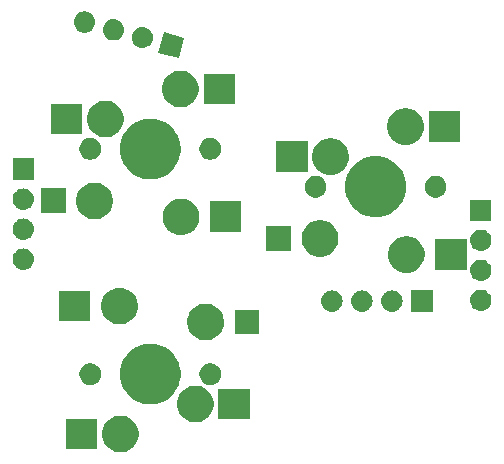
<source format=gbr>
G04 #@! TF.GenerationSoftware,KiCad,Pcbnew,(5.1.4)-1*
G04 #@! TF.CreationDate,2023-09-09T05:27:56-04:00*
G04 #@! TF.ProjectId,ThumbsUp,5468756d-6273-4557-902e-6b696361645f,rev?*
G04 #@! TF.SameCoordinates,Original*
G04 #@! TF.FileFunction,Soldermask,Bot*
G04 #@! TF.FilePolarity,Negative*
%FSLAX46Y46*%
G04 Gerber Fmt 4.6, Leading zero omitted, Abs format (unit mm)*
G04 Created by KiCad (PCBNEW (5.1.4)-1) date 2023-09-09 05:27:56*
%MOMM*%
%LPD*%
G04 APERTURE LIST*
%ADD10C,0.100000*%
G04 APERTURE END LIST*
D10*
G36*
X-82337415Y-375038802D02*
G01*
X-82187590Y-375068604D01*
X-81905326Y-375185521D01*
X-81651295Y-375355259D01*
X-81435259Y-375571295D01*
X-81265521Y-375825326D01*
X-81148604Y-376107590D01*
X-81089000Y-376407240D01*
X-81089000Y-376712760D01*
X-81148604Y-377012410D01*
X-81265521Y-377294674D01*
X-81435259Y-377548705D01*
X-81651295Y-377764741D01*
X-81905326Y-377934479D01*
X-82187590Y-378051396D01*
X-82337415Y-378081198D01*
X-82487239Y-378111000D01*
X-82792761Y-378111000D01*
X-82942585Y-378081198D01*
X-83092410Y-378051396D01*
X-83374674Y-377934479D01*
X-83628705Y-377764741D01*
X-83844741Y-377548705D01*
X-84014479Y-377294674D01*
X-84131396Y-377012410D01*
X-84191000Y-376712760D01*
X-84191000Y-376407240D01*
X-84131396Y-376107590D01*
X-84014479Y-375825326D01*
X-83844741Y-375571295D01*
X-83628705Y-375355259D01*
X-83374674Y-375185521D01*
X-83092410Y-375068604D01*
X-82942585Y-375038802D01*
X-82792761Y-375009000D01*
X-82487239Y-375009000D01*
X-82337415Y-375038802D01*
X-82337415Y-375038802D01*
G37*
G36*
X-84616000Y-377861000D02*
G01*
X-87268000Y-377861000D01*
X-87268000Y-375259000D01*
X-84616000Y-375259000D01*
X-84616000Y-377861000D01*
X-84616000Y-377861000D01*
G37*
G36*
X-75987415Y-372498802D02*
G01*
X-75837590Y-372528604D01*
X-75555326Y-372645521D01*
X-75301295Y-372815259D01*
X-75085259Y-373031295D01*
X-74915521Y-373285326D01*
X-74798604Y-373567590D01*
X-74739000Y-373867240D01*
X-74739000Y-374172760D01*
X-74798604Y-374472410D01*
X-74915521Y-374754674D01*
X-75085259Y-375008705D01*
X-75301295Y-375224741D01*
X-75555326Y-375394479D01*
X-75837590Y-375511396D01*
X-75987415Y-375541198D01*
X-76137239Y-375571000D01*
X-76442761Y-375571000D01*
X-76592585Y-375541198D01*
X-76742410Y-375511396D01*
X-77024674Y-375394479D01*
X-77278705Y-375224741D01*
X-77494741Y-375008705D01*
X-77664479Y-374754674D01*
X-77781396Y-374472410D01*
X-77841000Y-374172760D01*
X-77841000Y-373867240D01*
X-77781396Y-373567590D01*
X-77664479Y-373285326D01*
X-77494741Y-373031295D01*
X-77278705Y-372815259D01*
X-77024674Y-372645521D01*
X-76742410Y-372528604D01*
X-76592585Y-372498802D01*
X-76442761Y-372469000D01*
X-76137239Y-372469000D01*
X-75987415Y-372498802D01*
X-75987415Y-372498802D01*
G37*
G36*
X-71689000Y-375321000D02*
G01*
X-74341000Y-375321000D01*
X-74341000Y-372719000D01*
X-71689000Y-372719000D01*
X-71689000Y-375321000D01*
X-71689000Y-375321000D01*
G37*
G36*
X-79597448Y-368953497D02*
G01*
X-79348609Y-369002994D01*
X-79154425Y-369083428D01*
X-78879808Y-369197178D01*
X-78457896Y-369479090D01*
X-78099090Y-369837896D01*
X-77817178Y-370259808D01*
X-77703428Y-370534425D01*
X-77622994Y-370728609D01*
X-77524000Y-371226286D01*
X-77524000Y-371733714D01*
X-77622994Y-372231391D01*
X-77680580Y-372370415D01*
X-77817178Y-372700192D01*
X-78099090Y-373122104D01*
X-78457896Y-373480910D01*
X-78879808Y-373762822D01*
X-79131893Y-373867239D01*
X-79348609Y-373957006D01*
X-79597448Y-374006503D01*
X-79846285Y-374056000D01*
X-80353715Y-374056000D01*
X-80602552Y-374006503D01*
X-80851391Y-373957006D01*
X-81068107Y-373867239D01*
X-81320192Y-373762822D01*
X-81742104Y-373480910D01*
X-82100910Y-373122104D01*
X-82382822Y-372700192D01*
X-82519420Y-372370415D01*
X-82577006Y-372231391D01*
X-82676000Y-371733714D01*
X-82676000Y-371226286D01*
X-82577006Y-370728609D01*
X-82496572Y-370534425D01*
X-82382822Y-370259808D01*
X-82100910Y-369837896D01*
X-81742104Y-369479090D01*
X-81320192Y-369197178D01*
X-81045575Y-369083428D01*
X-80851391Y-369002994D01*
X-80602552Y-368953497D01*
X-80353715Y-368904000D01*
X-79846285Y-368904000D01*
X-79597448Y-368953497D01*
X-79597448Y-368953497D01*
G37*
G36*
X-74749896Y-370589585D02*
G01*
X-74581374Y-370659389D01*
X-74429709Y-370760728D01*
X-74300728Y-370889709D01*
X-74199389Y-371041374D01*
X-74129585Y-371209896D01*
X-74094000Y-371388797D01*
X-74094000Y-371571203D01*
X-74129585Y-371750104D01*
X-74199389Y-371918626D01*
X-74300728Y-372070291D01*
X-74429709Y-372199272D01*
X-74581374Y-372300611D01*
X-74749896Y-372370415D01*
X-74928797Y-372406000D01*
X-75111203Y-372406000D01*
X-75290104Y-372370415D01*
X-75458626Y-372300611D01*
X-75610291Y-372199272D01*
X-75739272Y-372070291D01*
X-75840611Y-371918626D01*
X-75910415Y-371750104D01*
X-75946000Y-371571203D01*
X-75946000Y-371388797D01*
X-75910415Y-371209896D01*
X-75840611Y-371041374D01*
X-75739272Y-370889709D01*
X-75610291Y-370760728D01*
X-75458626Y-370659389D01*
X-75290104Y-370589585D01*
X-75111203Y-370554000D01*
X-74928797Y-370554000D01*
X-74749896Y-370589585D01*
X-74749896Y-370589585D01*
G37*
G36*
X-84909896Y-370589585D02*
G01*
X-84741374Y-370659389D01*
X-84589709Y-370760728D01*
X-84460728Y-370889709D01*
X-84359389Y-371041374D01*
X-84289585Y-371209896D01*
X-84254000Y-371388797D01*
X-84254000Y-371571203D01*
X-84289585Y-371750104D01*
X-84359389Y-371918626D01*
X-84460728Y-372070291D01*
X-84589709Y-372199272D01*
X-84741374Y-372300611D01*
X-84909896Y-372370415D01*
X-85088797Y-372406000D01*
X-85271203Y-372406000D01*
X-85450104Y-372370415D01*
X-85618626Y-372300611D01*
X-85770291Y-372199272D01*
X-85899272Y-372070291D01*
X-86000611Y-371918626D01*
X-86070415Y-371750104D01*
X-86106000Y-371571203D01*
X-86106000Y-371388797D01*
X-86070415Y-371209896D01*
X-86000611Y-371041374D01*
X-85899272Y-370889709D01*
X-85770291Y-370760728D01*
X-85618626Y-370659389D01*
X-85450104Y-370589585D01*
X-85271203Y-370554000D01*
X-85088797Y-370554000D01*
X-84909896Y-370589585D01*
X-84909896Y-370589585D01*
G37*
G36*
X-75097415Y-365558802D02*
G01*
X-74947590Y-365588604D01*
X-74665326Y-365705521D01*
X-74411295Y-365875259D01*
X-74195259Y-366091295D01*
X-74025521Y-366345326D01*
X-73976087Y-366464672D01*
X-73908604Y-366627591D01*
X-73849000Y-366927239D01*
X-73849000Y-367232761D01*
X-73878802Y-367382585D01*
X-73908604Y-367532410D01*
X-74025521Y-367814674D01*
X-74195259Y-368068705D01*
X-74411295Y-368284741D01*
X-74665326Y-368454479D01*
X-74947590Y-368571396D01*
X-75097415Y-368601198D01*
X-75247239Y-368631000D01*
X-75552761Y-368631000D01*
X-75702585Y-368601198D01*
X-75852410Y-368571396D01*
X-76134674Y-368454479D01*
X-76388705Y-368284741D01*
X-76604741Y-368068705D01*
X-76774479Y-367814674D01*
X-76891396Y-367532410D01*
X-76921198Y-367382585D01*
X-76951000Y-367232761D01*
X-76951000Y-366927239D01*
X-76891396Y-366627591D01*
X-76823913Y-366464672D01*
X-76774479Y-366345326D01*
X-76604741Y-366091295D01*
X-76388705Y-365875259D01*
X-76134674Y-365705521D01*
X-75852410Y-365588604D01*
X-75702585Y-365558802D01*
X-75552761Y-365529000D01*
X-75247239Y-365529000D01*
X-75097415Y-365558802D01*
X-75097415Y-365558802D01*
G37*
G36*
X-70849000Y-368131000D02*
G01*
X-72951000Y-368131000D01*
X-72951000Y-366029000D01*
X-70849000Y-366029000D01*
X-70849000Y-368131000D01*
X-70849000Y-368131000D01*
G37*
G36*
X-82397415Y-364208802D02*
G01*
X-82247590Y-364238604D01*
X-81965326Y-364355521D01*
X-81711295Y-364525259D01*
X-81495259Y-364741295D01*
X-81325521Y-364995326D01*
X-81208604Y-365277590D01*
X-81208604Y-365277591D01*
X-81149000Y-365577239D01*
X-81149000Y-365882761D01*
X-81169605Y-365986351D01*
X-81208604Y-366182410D01*
X-81325521Y-366464674D01*
X-81495259Y-366718705D01*
X-81711295Y-366934741D01*
X-81965326Y-367104479D01*
X-82247590Y-367221396D01*
X-82304721Y-367232760D01*
X-82547239Y-367281000D01*
X-82852761Y-367281000D01*
X-83095279Y-367232760D01*
X-83152410Y-367221396D01*
X-83434674Y-367104479D01*
X-83688705Y-366934741D01*
X-83904741Y-366718705D01*
X-84074479Y-366464674D01*
X-84191396Y-366182410D01*
X-84230395Y-365986351D01*
X-84251000Y-365882761D01*
X-84251000Y-365577239D01*
X-84191396Y-365277591D01*
X-84191396Y-365277590D01*
X-84074479Y-364995326D01*
X-83904741Y-364741295D01*
X-83688705Y-364525259D01*
X-83434674Y-364355521D01*
X-83152410Y-364238604D01*
X-83002585Y-364208802D01*
X-82852761Y-364179000D01*
X-82547239Y-364179000D01*
X-82397415Y-364208802D01*
X-82397415Y-364208802D01*
G37*
G36*
X-85174000Y-367031000D02*
G01*
X-87826000Y-367031000D01*
X-87826000Y-364429000D01*
X-85174000Y-364429000D01*
X-85174000Y-367031000D01*
X-85174000Y-367031000D01*
G37*
G36*
X-59523426Y-364406563D02*
G01*
X-59457241Y-364413082D01*
X-59287402Y-364464602D01*
X-59130877Y-364548267D01*
X-59095139Y-364577597D01*
X-58993682Y-364660859D01*
X-58927671Y-364741295D01*
X-58881090Y-364798054D01*
X-58797425Y-364954579D01*
X-58745905Y-365124418D01*
X-58728509Y-365301045D01*
X-58745905Y-365477672D01*
X-58797425Y-365647511D01*
X-58881090Y-365804036D01*
X-58910420Y-365839774D01*
X-58993682Y-365941231D01*
X-59095139Y-366024493D01*
X-59130877Y-366053823D01*
X-59287402Y-366137488D01*
X-59457241Y-366189008D01*
X-59523425Y-366195526D01*
X-59589608Y-366202045D01*
X-59678128Y-366202045D01*
X-59744311Y-366195526D01*
X-59810495Y-366189008D01*
X-59980334Y-366137488D01*
X-60136859Y-366053823D01*
X-60172597Y-366024493D01*
X-60274054Y-365941231D01*
X-60357316Y-365839774D01*
X-60386646Y-365804036D01*
X-60470311Y-365647511D01*
X-60521831Y-365477672D01*
X-60539227Y-365301045D01*
X-60521831Y-365124418D01*
X-60470311Y-364954579D01*
X-60386646Y-364798054D01*
X-60340065Y-364741295D01*
X-60274054Y-364660859D01*
X-60172597Y-364577597D01*
X-60136859Y-364548267D01*
X-59980334Y-364464602D01*
X-59810495Y-364413082D01*
X-59744310Y-364406563D01*
X-59678128Y-364400045D01*
X-59589608Y-364400045D01*
X-59523426Y-364406563D01*
X-59523426Y-364406563D01*
G37*
G36*
X-62063426Y-364406563D02*
G01*
X-61997241Y-364413082D01*
X-61827402Y-364464602D01*
X-61670877Y-364548267D01*
X-61635139Y-364577597D01*
X-61533682Y-364660859D01*
X-61467671Y-364741295D01*
X-61421090Y-364798054D01*
X-61337425Y-364954579D01*
X-61285905Y-365124418D01*
X-61268509Y-365301045D01*
X-61285905Y-365477672D01*
X-61337425Y-365647511D01*
X-61421090Y-365804036D01*
X-61450420Y-365839774D01*
X-61533682Y-365941231D01*
X-61635139Y-366024493D01*
X-61670877Y-366053823D01*
X-61827402Y-366137488D01*
X-61997241Y-366189008D01*
X-62063425Y-366195526D01*
X-62129608Y-366202045D01*
X-62218128Y-366202045D01*
X-62284311Y-366195526D01*
X-62350495Y-366189008D01*
X-62520334Y-366137488D01*
X-62676859Y-366053823D01*
X-62712597Y-366024493D01*
X-62814054Y-365941231D01*
X-62897316Y-365839774D01*
X-62926646Y-365804036D01*
X-63010311Y-365647511D01*
X-63061831Y-365477672D01*
X-63079227Y-365301045D01*
X-63061831Y-365124418D01*
X-63010311Y-364954579D01*
X-62926646Y-364798054D01*
X-62880065Y-364741295D01*
X-62814054Y-364660859D01*
X-62712597Y-364577597D01*
X-62676859Y-364548267D01*
X-62520334Y-364464602D01*
X-62350495Y-364413082D01*
X-62284310Y-364406563D01*
X-62218128Y-364400045D01*
X-62129608Y-364400045D01*
X-62063426Y-364406563D01*
X-62063426Y-364406563D01*
G37*
G36*
X-56192868Y-366202045D02*
G01*
X-57994868Y-366202045D01*
X-57994868Y-364400045D01*
X-56192868Y-364400045D01*
X-56192868Y-366202045D01*
X-56192868Y-366202045D01*
G37*
G36*
X-64603426Y-364406563D02*
G01*
X-64537241Y-364413082D01*
X-64367402Y-364464602D01*
X-64210877Y-364548267D01*
X-64175139Y-364577597D01*
X-64073682Y-364660859D01*
X-64007671Y-364741295D01*
X-63961090Y-364798054D01*
X-63877425Y-364954579D01*
X-63825905Y-365124418D01*
X-63808509Y-365301045D01*
X-63825905Y-365477672D01*
X-63877425Y-365647511D01*
X-63961090Y-365804036D01*
X-63990420Y-365839774D01*
X-64073682Y-365941231D01*
X-64175139Y-366024493D01*
X-64210877Y-366053823D01*
X-64367402Y-366137488D01*
X-64537241Y-366189008D01*
X-64603425Y-366195526D01*
X-64669608Y-366202045D01*
X-64758128Y-366202045D01*
X-64824311Y-366195526D01*
X-64890495Y-366189008D01*
X-65060334Y-366137488D01*
X-65216859Y-366053823D01*
X-65252597Y-366024493D01*
X-65354054Y-365941231D01*
X-65437316Y-365839774D01*
X-65466646Y-365804036D01*
X-65550311Y-365647511D01*
X-65601831Y-365477672D01*
X-65619227Y-365301045D01*
X-65601831Y-365124418D01*
X-65550311Y-364954579D01*
X-65466646Y-364798054D01*
X-65420065Y-364741295D01*
X-65354054Y-364660859D01*
X-65252597Y-364577597D01*
X-65216859Y-364548267D01*
X-65060334Y-364464602D01*
X-64890495Y-364413082D01*
X-64824310Y-364406563D01*
X-64758128Y-364400045D01*
X-64669608Y-364400045D01*
X-64603426Y-364406563D01*
X-64603426Y-364406563D01*
G37*
G36*
X-52012571Y-364339091D02*
G01*
X-51946386Y-364345610D01*
X-51776547Y-364397130D01*
X-51620022Y-364480795D01*
X-51584284Y-364510125D01*
X-51482827Y-364593387D01*
X-51399565Y-364694844D01*
X-51370235Y-364730582D01*
X-51286570Y-364887107D01*
X-51235050Y-365056946D01*
X-51217654Y-365233573D01*
X-51235050Y-365410200D01*
X-51286570Y-365580039D01*
X-51370235Y-365736564D01*
X-51399565Y-365772302D01*
X-51482827Y-365873759D01*
X-51584284Y-365957021D01*
X-51620022Y-365986351D01*
X-51776547Y-366070016D01*
X-51946386Y-366121536D01*
X-52012571Y-366128055D01*
X-52078753Y-366134573D01*
X-52167273Y-366134573D01*
X-52233455Y-366128055D01*
X-52299640Y-366121536D01*
X-52469479Y-366070016D01*
X-52626004Y-365986351D01*
X-52661742Y-365957021D01*
X-52763199Y-365873759D01*
X-52846461Y-365772302D01*
X-52875791Y-365736564D01*
X-52959456Y-365580039D01*
X-53010976Y-365410200D01*
X-53028372Y-365233573D01*
X-53010976Y-365056946D01*
X-52959456Y-364887107D01*
X-52875791Y-364730582D01*
X-52846461Y-364694844D01*
X-52763199Y-364593387D01*
X-52661742Y-364510125D01*
X-52626004Y-364480795D01*
X-52469479Y-364397130D01*
X-52299640Y-364345610D01*
X-52233455Y-364339091D01*
X-52167273Y-364332573D01*
X-52078753Y-364332573D01*
X-52012571Y-364339091D01*
X-52012571Y-364339091D01*
G37*
G36*
X-52012570Y-361799092D02*
G01*
X-51946386Y-361805610D01*
X-51776547Y-361857130D01*
X-51620022Y-361940795D01*
X-51584284Y-361970125D01*
X-51482827Y-362053387D01*
X-51399565Y-362154844D01*
X-51370235Y-362190582D01*
X-51286570Y-362347107D01*
X-51235050Y-362516946D01*
X-51217654Y-362693573D01*
X-51235050Y-362870200D01*
X-51286570Y-363040039D01*
X-51370235Y-363196564D01*
X-51399565Y-363232302D01*
X-51482827Y-363333759D01*
X-51584284Y-363417021D01*
X-51620022Y-363446351D01*
X-51776547Y-363530016D01*
X-51946386Y-363581536D01*
X-52012570Y-363588054D01*
X-52078753Y-363594573D01*
X-52167273Y-363594573D01*
X-52233456Y-363588054D01*
X-52299640Y-363581536D01*
X-52469479Y-363530016D01*
X-52626004Y-363446351D01*
X-52661742Y-363417021D01*
X-52763199Y-363333759D01*
X-52846461Y-363232302D01*
X-52875791Y-363196564D01*
X-52959456Y-363040039D01*
X-53010976Y-362870200D01*
X-53028372Y-362693573D01*
X-53010976Y-362516946D01*
X-52959456Y-362347107D01*
X-52875791Y-362190582D01*
X-52846461Y-362154844D01*
X-52763199Y-362053387D01*
X-52661742Y-361970125D01*
X-52626004Y-361940795D01*
X-52469479Y-361857130D01*
X-52299640Y-361805610D01*
X-52233456Y-361799092D01*
X-52167273Y-361792573D01*
X-52078753Y-361792573D01*
X-52012570Y-361799092D01*
X-52012570Y-361799092D01*
G37*
G36*
X-58125074Y-359849287D02*
G01*
X-57968045Y-359880522D01*
X-57685781Y-359997439D01*
X-57431750Y-360167177D01*
X-57215714Y-360383213D01*
X-57045976Y-360637244D01*
X-56931896Y-360912659D01*
X-56929059Y-360919509D01*
X-56869455Y-361219157D01*
X-56869455Y-361524679D01*
X-56899257Y-361674503D01*
X-56929059Y-361824328D01*
X-57045976Y-362106592D01*
X-57215714Y-362360623D01*
X-57431750Y-362576659D01*
X-57685781Y-362746397D01*
X-57968045Y-362863314D01*
X-58117870Y-362893116D01*
X-58267694Y-362922918D01*
X-58573216Y-362922918D01*
X-58723040Y-362893116D01*
X-58872865Y-362863314D01*
X-59155129Y-362746397D01*
X-59409160Y-362576659D01*
X-59625196Y-362360623D01*
X-59794934Y-362106592D01*
X-59911851Y-361824328D01*
X-59941653Y-361674503D01*
X-59971455Y-361524679D01*
X-59971455Y-361219157D01*
X-59911851Y-360919509D01*
X-59909014Y-360912659D01*
X-59794934Y-360637244D01*
X-59625196Y-360383213D01*
X-59409160Y-360167177D01*
X-59155129Y-359997439D01*
X-58872865Y-359880522D01*
X-58715836Y-359849287D01*
X-58573216Y-359820918D01*
X-58267694Y-359820918D01*
X-58125074Y-359849287D01*
X-58125074Y-359849287D01*
G37*
G36*
X-53294455Y-362672918D02*
G01*
X-55946455Y-362672918D01*
X-55946455Y-360070918D01*
X-53294455Y-360070918D01*
X-53294455Y-362672918D01*
X-53294455Y-362672918D01*
G37*
G36*
X-90735068Y-360854621D02*
G01*
X-90668884Y-360861139D01*
X-90499045Y-360912659D01*
X-90499043Y-360912660D01*
X-90486230Y-360919509D01*
X-90342520Y-360996324D01*
X-90325098Y-361010622D01*
X-90205325Y-361108916D01*
X-90122063Y-361210373D01*
X-90092733Y-361246111D01*
X-90009068Y-361402636D01*
X-89957548Y-361572475D01*
X-89940152Y-361749102D01*
X-89957548Y-361925729D01*
X-90009068Y-362095568D01*
X-90092733Y-362252093D01*
X-90122063Y-362287831D01*
X-90205325Y-362389288D01*
X-90306782Y-362472550D01*
X-90342520Y-362501880D01*
X-90342522Y-362501881D01*
X-90482420Y-362576659D01*
X-90499045Y-362585545D01*
X-90668884Y-362637065D01*
X-90735068Y-362643583D01*
X-90801251Y-362650102D01*
X-90889771Y-362650102D01*
X-90955954Y-362643583D01*
X-91022138Y-362637065D01*
X-91191977Y-362585545D01*
X-91208601Y-362576659D01*
X-91348500Y-362501881D01*
X-91348502Y-362501880D01*
X-91384240Y-362472550D01*
X-91485697Y-362389288D01*
X-91568959Y-362287831D01*
X-91598289Y-362252093D01*
X-91681954Y-362095568D01*
X-91733474Y-361925729D01*
X-91750870Y-361749102D01*
X-91733474Y-361572475D01*
X-91681954Y-361402636D01*
X-91598289Y-361246111D01*
X-91568959Y-361210373D01*
X-91485697Y-361108916D01*
X-91365924Y-361010622D01*
X-91348502Y-360996324D01*
X-91204792Y-360919509D01*
X-91191979Y-360912660D01*
X-91191977Y-360912659D01*
X-91022138Y-360861139D01*
X-90955954Y-360854621D01*
X-90889771Y-360848102D01*
X-90801251Y-360848102D01*
X-90735068Y-360854621D01*
X-90735068Y-360854621D01*
G37*
G36*
X-65417870Y-358500720D02*
G01*
X-65268045Y-358530522D01*
X-64985781Y-358647439D01*
X-64731750Y-358817177D01*
X-64515714Y-359033213D01*
X-64345976Y-359287244D01*
X-64229059Y-359569508D01*
X-64229059Y-359569509D01*
X-64173407Y-359849287D01*
X-64169455Y-359869158D01*
X-64169455Y-360174678D01*
X-64229059Y-360474328D01*
X-64345976Y-360756592D01*
X-64515714Y-361010623D01*
X-64731750Y-361226659D01*
X-64985781Y-361396397D01*
X-65268045Y-361513314D01*
X-65325176Y-361524678D01*
X-65567694Y-361572918D01*
X-65873216Y-361572918D01*
X-66115734Y-361524678D01*
X-66172865Y-361513314D01*
X-66455129Y-361396397D01*
X-66709160Y-361226659D01*
X-66925196Y-361010623D01*
X-67094934Y-360756592D01*
X-67211851Y-360474328D01*
X-67271455Y-360174678D01*
X-67271455Y-359869158D01*
X-67267502Y-359849287D01*
X-67211851Y-359569509D01*
X-67211851Y-359569508D01*
X-67094934Y-359287244D01*
X-66925196Y-359033213D01*
X-66709160Y-358817177D01*
X-66455129Y-358647439D01*
X-66172865Y-358530522D01*
X-66023040Y-358500720D01*
X-65873216Y-358470918D01*
X-65567694Y-358470918D01*
X-65417870Y-358500720D01*
X-65417870Y-358500720D01*
G37*
G36*
X-68169455Y-361072918D02*
G01*
X-70271455Y-361072918D01*
X-70271455Y-358970918D01*
X-68169455Y-358970918D01*
X-68169455Y-361072918D01*
X-68169455Y-361072918D01*
G37*
G36*
X-52012571Y-359259091D02*
G01*
X-51946386Y-359265610D01*
X-51776547Y-359317130D01*
X-51620022Y-359400795D01*
X-51584284Y-359430125D01*
X-51482827Y-359513387D01*
X-51436770Y-359569509D01*
X-51370235Y-359650582D01*
X-51286570Y-359807107D01*
X-51235050Y-359976946D01*
X-51217654Y-360153573D01*
X-51235050Y-360330200D01*
X-51286570Y-360500039D01*
X-51370235Y-360656564D01*
X-51399565Y-360692302D01*
X-51482827Y-360793759D01*
X-51564931Y-360861139D01*
X-51620022Y-360906351D01*
X-51776547Y-360990016D01*
X-51946386Y-361041536D01*
X-52012571Y-361048055D01*
X-52078753Y-361054573D01*
X-52167273Y-361054573D01*
X-52233455Y-361048055D01*
X-52299640Y-361041536D01*
X-52469479Y-360990016D01*
X-52626004Y-360906351D01*
X-52681095Y-360861139D01*
X-52763199Y-360793759D01*
X-52846461Y-360692302D01*
X-52875791Y-360656564D01*
X-52959456Y-360500039D01*
X-53010976Y-360330200D01*
X-53028372Y-360153573D01*
X-53010976Y-359976946D01*
X-52959456Y-359807107D01*
X-52875791Y-359650582D01*
X-52809256Y-359569509D01*
X-52763199Y-359513387D01*
X-52661742Y-359430125D01*
X-52626004Y-359400795D01*
X-52469479Y-359317130D01*
X-52299640Y-359265610D01*
X-52233455Y-359259091D01*
X-52167273Y-359252573D01*
X-52078753Y-359252573D01*
X-52012571Y-359259091D01*
X-52012571Y-359259091D01*
G37*
G36*
X-90735068Y-358314621D02*
G01*
X-90668884Y-358321139D01*
X-90499045Y-358372659D01*
X-90342520Y-358456324D01*
X-90306782Y-358485654D01*
X-90205325Y-358568916D01*
X-90140884Y-358647439D01*
X-90092733Y-358706111D01*
X-90092732Y-358706113D01*
X-90033366Y-358817177D01*
X-90009068Y-358862636D01*
X-89957548Y-359032475D01*
X-89940152Y-359209102D01*
X-89957548Y-359385729D01*
X-90009068Y-359555568D01*
X-90092733Y-359712093D01*
X-90101617Y-359722918D01*
X-90205325Y-359849288D01*
X-90306782Y-359932550D01*
X-90342520Y-359961880D01*
X-90499045Y-360045545D01*
X-90668884Y-360097065D01*
X-90735069Y-360103584D01*
X-90801251Y-360110102D01*
X-90889771Y-360110102D01*
X-90955953Y-360103584D01*
X-91022138Y-360097065D01*
X-91191977Y-360045545D01*
X-91348502Y-359961880D01*
X-91384240Y-359932550D01*
X-91485697Y-359849288D01*
X-91589405Y-359722918D01*
X-91598289Y-359712093D01*
X-91681954Y-359555568D01*
X-91733474Y-359385729D01*
X-91750870Y-359209102D01*
X-91733474Y-359032475D01*
X-91681954Y-358862636D01*
X-91657655Y-358817177D01*
X-91598290Y-358706113D01*
X-91598289Y-358706111D01*
X-91550138Y-358647439D01*
X-91485697Y-358568916D01*
X-91384240Y-358485654D01*
X-91348502Y-358456324D01*
X-91191977Y-358372659D01*
X-91022138Y-358321139D01*
X-90955954Y-358314621D01*
X-90889771Y-358308102D01*
X-90801251Y-358308102D01*
X-90735068Y-358314621D01*
X-90735068Y-358314621D01*
G37*
G36*
X-77197415Y-356650720D02*
G01*
X-77047590Y-356680522D01*
X-76765326Y-356797439D01*
X-76511295Y-356967177D01*
X-76295259Y-357183213D01*
X-76125521Y-357437244D01*
X-76008604Y-357719508D01*
X-76008604Y-357719509D01*
X-75949000Y-358019157D01*
X-75949000Y-358324679D01*
X-75975186Y-358456323D01*
X-76008604Y-358624328D01*
X-76125521Y-358906592D01*
X-76295259Y-359160623D01*
X-76511295Y-359376659D01*
X-76765326Y-359546397D01*
X-77047590Y-359663314D01*
X-77197415Y-359693116D01*
X-77347239Y-359722918D01*
X-77652761Y-359722918D01*
X-77802585Y-359693116D01*
X-77952410Y-359663314D01*
X-78234674Y-359546397D01*
X-78488705Y-359376659D01*
X-78704741Y-359160623D01*
X-78874479Y-358906592D01*
X-78991396Y-358624328D01*
X-79024814Y-358456323D01*
X-79051000Y-358324679D01*
X-79051000Y-358019157D01*
X-78991396Y-357719509D01*
X-78991396Y-357719508D01*
X-78874479Y-357437244D01*
X-78704741Y-357183213D01*
X-78488705Y-356967177D01*
X-78234674Y-356797439D01*
X-77952410Y-356680522D01*
X-77802585Y-356650720D01*
X-77652761Y-356620918D01*
X-77347239Y-356620918D01*
X-77197415Y-356650720D01*
X-77197415Y-356650720D01*
G37*
G36*
X-72374000Y-359472918D02*
G01*
X-75026000Y-359472918D01*
X-75026000Y-356870918D01*
X-72374000Y-356870918D01*
X-72374000Y-359472918D01*
X-72374000Y-359472918D01*
G37*
G36*
X-51222013Y-358514573D02*
G01*
X-53024013Y-358514573D01*
X-53024013Y-356712573D01*
X-51222013Y-356712573D01*
X-51222013Y-358514573D01*
X-51222013Y-358514573D01*
G37*
G36*
X-84497415Y-355300720D02*
G01*
X-84347590Y-355330522D01*
X-84065326Y-355447439D01*
X-83811295Y-355617177D01*
X-83595259Y-355833213D01*
X-83425521Y-356087244D01*
X-83320334Y-356341190D01*
X-83308604Y-356369509D01*
X-83249000Y-356669157D01*
X-83249000Y-356974679D01*
X-83257134Y-357015570D01*
X-83308604Y-357274328D01*
X-83425521Y-357556592D01*
X-83595259Y-357810623D01*
X-83811295Y-358026659D01*
X-84065326Y-358196397D01*
X-84347590Y-358313314D01*
X-84404721Y-358324678D01*
X-84647239Y-358372918D01*
X-84952761Y-358372918D01*
X-85195279Y-358324678D01*
X-85252410Y-358313314D01*
X-85534674Y-358196397D01*
X-85788705Y-358026659D01*
X-86004741Y-357810623D01*
X-86174479Y-357556592D01*
X-86291396Y-357274328D01*
X-86342866Y-357015570D01*
X-86351000Y-356974679D01*
X-86351000Y-356669157D01*
X-86291396Y-356369509D01*
X-86279666Y-356341190D01*
X-86174479Y-356087244D01*
X-86004741Y-355833213D01*
X-85788705Y-355617177D01*
X-85534674Y-355447439D01*
X-85252410Y-355330522D01*
X-85102585Y-355300720D01*
X-84952761Y-355270918D01*
X-84647239Y-355270918D01*
X-84497415Y-355300720D01*
X-84497415Y-355300720D01*
G37*
G36*
X-60269064Y-353144912D02*
G01*
X-60074880Y-353225346D01*
X-59800263Y-353339096D01*
X-59378351Y-353621008D01*
X-59019545Y-353979814D01*
X-58737633Y-354401726D01*
X-58714988Y-354456397D01*
X-58543449Y-354870527D01*
X-58444455Y-355368204D01*
X-58444455Y-355875632D01*
X-58543449Y-356373309D01*
X-58601035Y-356512333D01*
X-58737633Y-356842110D01*
X-59019545Y-357264022D01*
X-59378351Y-357622828D01*
X-59800263Y-357904740D01*
X-60074880Y-358018490D01*
X-60269064Y-358098924D01*
X-60766740Y-358197918D01*
X-61274170Y-358197918D01*
X-61771846Y-358098924D01*
X-61966030Y-358018490D01*
X-62240647Y-357904740D01*
X-62662559Y-357622828D01*
X-63021365Y-357264022D01*
X-63303277Y-356842110D01*
X-63439875Y-356512333D01*
X-63497461Y-356373309D01*
X-63596455Y-355875632D01*
X-63596455Y-355368204D01*
X-63497461Y-354870527D01*
X-63325922Y-354456397D01*
X-63303277Y-354401726D01*
X-63021365Y-353979814D01*
X-62662559Y-353621008D01*
X-62240647Y-353339096D01*
X-61966030Y-353225346D01*
X-61771846Y-353144912D01*
X-61274170Y-353045918D01*
X-60766740Y-353045918D01*
X-60269064Y-353144912D01*
X-60269064Y-353144912D01*
G37*
G36*
X-87249000Y-357872918D02*
G01*
X-89351000Y-357872918D01*
X-89351000Y-355770918D01*
X-87249000Y-355770918D01*
X-87249000Y-357872918D01*
X-87249000Y-357872918D01*
G37*
G36*
X-90735068Y-355774621D02*
G01*
X-90668884Y-355781139D01*
X-90499045Y-355832659D01*
X-90499043Y-355832660D01*
X-90498007Y-355833214D01*
X-90342520Y-355916324D01*
X-90306782Y-355945654D01*
X-90205325Y-356028916D01*
X-90157456Y-356087246D01*
X-90092733Y-356166111D01*
X-90009068Y-356322636D01*
X-89957548Y-356492475D01*
X-89940152Y-356669102D01*
X-89957548Y-356845729D01*
X-90009068Y-357015568D01*
X-90092733Y-357172093D01*
X-90101859Y-357183213D01*
X-90205325Y-357309288D01*
X-90306782Y-357392550D01*
X-90342520Y-357421880D01*
X-90499045Y-357505545D01*
X-90668884Y-357557065D01*
X-90735068Y-357563583D01*
X-90801251Y-357570102D01*
X-90889771Y-357570102D01*
X-90955954Y-357563583D01*
X-91022138Y-357557065D01*
X-91191977Y-357505545D01*
X-91348502Y-357421880D01*
X-91384240Y-357392550D01*
X-91485697Y-357309288D01*
X-91589163Y-357183213D01*
X-91598289Y-357172093D01*
X-91681954Y-357015568D01*
X-91733474Y-356845729D01*
X-91750870Y-356669102D01*
X-91733474Y-356492475D01*
X-91681954Y-356322636D01*
X-91598289Y-356166111D01*
X-91533566Y-356087246D01*
X-91485697Y-356028916D01*
X-91384240Y-355945654D01*
X-91348502Y-355916324D01*
X-91193015Y-355833214D01*
X-91191979Y-355832660D01*
X-91191977Y-355832659D01*
X-91022138Y-355781139D01*
X-90955954Y-355774621D01*
X-90889771Y-355768102D01*
X-90801251Y-355768102D01*
X-90735068Y-355774621D01*
X-90735068Y-355774621D01*
G37*
G36*
X-55670351Y-354731503D02*
G01*
X-55501829Y-354801307D01*
X-55350164Y-354902646D01*
X-55221183Y-355031627D01*
X-55119844Y-355183292D01*
X-55050040Y-355351814D01*
X-55014455Y-355530715D01*
X-55014455Y-355713121D01*
X-55050040Y-355892022D01*
X-55119844Y-356060544D01*
X-55221183Y-356212209D01*
X-55350164Y-356341190D01*
X-55501829Y-356442529D01*
X-55670351Y-356512333D01*
X-55849252Y-356547918D01*
X-56031658Y-356547918D01*
X-56210559Y-356512333D01*
X-56379081Y-356442529D01*
X-56530746Y-356341190D01*
X-56659727Y-356212209D01*
X-56761066Y-356060544D01*
X-56830870Y-355892022D01*
X-56866455Y-355713121D01*
X-56866455Y-355530715D01*
X-56830870Y-355351814D01*
X-56761066Y-355183292D01*
X-56659727Y-355031627D01*
X-56530746Y-354902646D01*
X-56379081Y-354801307D01*
X-56210559Y-354731503D01*
X-56031658Y-354695918D01*
X-55849252Y-354695918D01*
X-55670351Y-354731503D01*
X-55670351Y-354731503D01*
G37*
G36*
X-65830351Y-354731503D02*
G01*
X-65661829Y-354801307D01*
X-65510164Y-354902646D01*
X-65381183Y-355031627D01*
X-65279844Y-355183292D01*
X-65210040Y-355351814D01*
X-65174455Y-355530715D01*
X-65174455Y-355713121D01*
X-65210040Y-355892022D01*
X-65279844Y-356060544D01*
X-65381183Y-356212209D01*
X-65510164Y-356341190D01*
X-65661829Y-356442529D01*
X-65830351Y-356512333D01*
X-66009252Y-356547918D01*
X-66191658Y-356547918D01*
X-66370559Y-356512333D01*
X-66539081Y-356442529D01*
X-66690746Y-356341190D01*
X-66819727Y-356212209D01*
X-66921066Y-356060544D01*
X-66990870Y-355892022D01*
X-67026455Y-355713121D01*
X-67026455Y-355530715D01*
X-66990870Y-355351814D01*
X-66921066Y-355183292D01*
X-66819727Y-355031627D01*
X-66690746Y-354902646D01*
X-66539081Y-354801307D01*
X-66370559Y-354731503D01*
X-66191658Y-354695918D01*
X-66009252Y-354695918D01*
X-65830351Y-354731503D01*
X-65830351Y-354731503D01*
G37*
G36*
X-89944511Y-355030102D02*
G01*
X-91746511Y-355030102D01*
X-91746511Y-353228102D01*
X-89944511Y-353228102D01*
X-89944511Y-355030102D01*
X-89944511Y-355030102D01*
G37*
G36*
X-79597448Y-349895415D02*
G01*
X-79348609Y-349944912D01*
X-79154425Y-350025346D01*
X-78879808Y-350139096D01*
X-78457896Y-350421008D01*
X-78099090Y-350779814D01*
X-77817178Y-351201726D01*
X-77786168Y-351276592D01*
X-77622994Y-351670527D01*
X-77601036Y-351780918D01*
X-77538916Y-352093213D01*
X-77524000Y-352168204D01*
X-77524000Y-352675632D01*
X-77622994Y-353173309D01*
X-77680580Y-353312333D01*
X-77817178Y-353642110D01*
X-78099090Y-354064022D01*
X-78457896Y-354422828D01*
X-78879808Y-354704740D01*
X-79112942Y-354801307D01*
X-79348609Y-354898924D01*
X-79597448Y-354948421D01*
X-79846285Y-354997918D01*
X-80353715Y-354997918D01*
X-80602552Y-354948421D01*
X-80851391Y-354898924D01*
X-81087058Y-354801307D01*
X-81320192Y-354704740D01*
X-81742104Y-354422828D01*
X-82100910Y-354064022D01*
X-82382822Y-353642110D01*
X-82519420Y-353312333D01*
X-82577006Y-353173309D01*
X-82676000Y-352675632D01*
X-82676000Y-352168204D01*
X-82661083Y-352093213D01*
X-82598964Y-351780918D01*
X-82577006Y-351670527D01*
X-82413832Y-351276592D01*
X-82382822Y-351201726D01*
X-82100910Y-350779814D01*
X-81742104Y-350421008D01*
X-81320192Y-350139096D01*
X-81045575Y-350025346D01*
X-80851391Y-349944912D01*
X-80602552Y-349895415D01*
X-80353715Y-349845918D01*
X-79846285Y-349845918D01*
X-79597448Y-349895415D01*
X-79597448Y-349895415D01*
G37*
G36*
X-64527870Y-351560720D02*
G01*
X-64378045Y-351590522D01*
X-64095781Y-351707439D01*
X-63841750Y-351877177D01*
X-63625714Y-352093213D01*
X-63455976Y-352347244D01*
X-63339059Y-352629508D01*
X-63326624Y-352692022D01*
X-63279455Y-352929157D01*
X-63279455Y-353234679D01*
X-63300225Y-353339096D01*
X-63339059Y-353534328D01*
X-63455976Y-353816592D01*
X-63625714Y-354070623D01*
X-63841750Y-354286659D01*
X-64095781Y-354456397D01*
X-64378045Y-354573314D01*
X-64527870Y-354603116D01*
X-64677694Y-354632918D01*
X-64983216Y-354632918D01*
X-65133040Y-354603116D01*
X-65282865Y-354573314D01*
X-65565129Y-354456397D01*
X-65819160Y-354286659D01*
X-66035196Y-354070623D01*
X-66204934Y-353816592D01*
X-66321851Y-353534328D01*
X-66360685Y-353339096D01*
X-66381455Y-353234679D01*
X-66381455Y-352929157D01*
X-66334286Y-352692022D01*
X-66321851Y-352629508D01*
X-66204934Y-352347244D01*
X-66035196Y-352093213D01*
X-65819160Y-351877177D01*
X-65565129Y-351707439D01*
X-65282865Y-351590522D01*
X-65133040Y-351560720D01*
X-64983216Y-351530918D01*
X-64677694Y-351530918D01*
X-64527870Y-351560720D01*
X-64527870Y-351560720D01*
G37*
G36*
X-66779455Y-354382918D02*
G01*
X-69431455Y-354382918D01*
X-69431455Y-351780918D01*
X-66779455Y-351780918D01*
X-66779455Y-354382918D01*
X-66779455Y-354382918D01*
G37*
G36*
X-74749896Y-351531503D02*
G01*
X-74581374Y-351601307D01*
X-74429709Y-351702646D01*
X-74300728Y-351831627D01*
X-74199389Y-351983292D01*
X-74129585Y-352151814D01*
X-74094000Y-352330715D01*
X-74094000Y-352513121D01*
X-74129585Y-352692022D01*
X-74199389Y-352860544D01*
X-74300728Y-353012209D01*
X-74429709Y-353141190D01*
X-74581374Y-353242529D01*
X-74749896Y-353312333D01*
X-74928797Y-353347918D01*
X-75111203Y-353347918D01*
X-75290104Y-353312333D01*
X-75458626Y-353242529D01*
X-75610291Y-353141190D01*
X-75739272Y-353012209D01*
X-75840611Y-352860544D01*
X-75910415Y-352692022D01*
X-75946000Y-352513121D01*
X-75946000Y-352330715D01*
X-75910415Y-352151814D01*
X-75840611Y-351983292D01*
X-75739272Y-351831627D01*
X-75610291Y-351702646D01*
X-75458626Y-351601307D01*
X-75290104Y-351531503D01*
X-75111203Y-351495918D01*
X-74928797Y-351495918D01*
X-74749896Y-351531503D01*
X-74749896Y-351531503D01*
G37*
G36*
X-84909896Y-351531503D02*
G01*
X-84741374Y-351601307D01*
X-84589709Y-351702646D01*
X-84460728Y-351831627D01*
X-84359389Y-351983292D01*
X-84289585Y-352151814D01*
X-84254000Y-352330715D01*
X-84254000Y-352513121D01*
X-84289585Y-352692022D01*
X-84359389Y-352860544D01*
X-84460728Y-353012209D01*
X-84589709Y-353141190D01*
X-84741374Y-353242529D01*
X-84909896Y-353312333D01*
X-85088797Y-353347918D01*
X-85271203Y-353347918D01*
X-85450104Y-353312333D01*
X-85618626Y-353242529D01*
X-85770291Y-353141190D01*
X-85899272Y-353012209D01*
X-86000611Y-352860544D01*
X-86070415Y-352692022D01*
X-86106000Y-352513121D01*
X-86106000Y-352330715D01*
X-86070415Y-352151814D01*
X-86000611Y-351983292D01*
X-85899272Y-351831627D01*
X-85770291Y-351702646D01*
X-85618626Y-351601307D01*
X-85450104Y-351531503D01*
X-85271203Y-351495918D01*
X-85088797Y-351495918D01*
X-84909896Y-351531503D01*
X-84909896Y-351531503D01*
G37*
G36*
X-58177870Y-349020720D02*
G01*
X-58028045Y-349050522D01*
X-57745781Y-349167439D01*
X-57491750Y-349337177D01*
X-57275714Y-349553213D01*
X-57105976Y-349807244D01*
X-57011770Y-350034679D01*
X-56989059Y-350089509D01*
X-56929455Y-350389157D01*
X-56929455Y-350694679D01*
X-56959257Y-350844503D01*
X-56989059Y-350994328D01*
X-57105976Y-351276592D01*
X-57275714Y-351530623D01*
X-57491750Y-351746659D01*
X-57745781Y-351916397D01*
X-58028045Y-352033314D01*
X-58177870Y-352063116D01*
X-58327694Y-352092918D01*
X-58633216Y-352092918D01*
X-58783040Y-352063116D01*
X-58932865Y-352033314D01*
X-59215129Y-351916397D01*
X-59469160Y-351746659D01*
X-59685196Y-351530623D01*
X-59854934Y-351276592D01*
X-59971851Y-350994328D01*
X-60001653Y-350844503D01*
X-60031455Y-350694679D01*
X-60031455Y-350389157D01*
X-59971851Y-350089509D01*
X-59949140Y-350034679D01*
X-59854934Y-349807244D01*
X-59685196Y-349553213D01*
X-59469160Y-349337177D01*
X-59215129Y-349167439D01*
X-58932865Y-349050522D01*
X-58783040Y-349020720D01*
X-58633216Y-348990918D01*
X-58327694Y-348990918D01*
X-58177870Y-349020720D01*
X-58177870Y-349020720D01*
G37*
G36*
X-53852455Y-351842918D02*
G01*
X-56504455Y-351842918D01*
X-56504455Y-349240918D01*
X-53852455Y-349240918D01*
X-53852455Y-351842918D01*
X-53852455Y-351842918D01*
G37*
G36*
X-83607415Y-348360720D02*
G01*
X-83457590Y-348390522D01*
X-83175326Y-348507439D01*
X-82921295Y-348677177D01*
X-82705259Y-348893213D01*
X-82535521Y-349147244D01*
X-82418604Y-349429508D01*
X-82418604Y-349429509D01*
X-82359000Y-349729157D01*
X-82359000Y-350034679D01*
X-82379770Y-350139096D01*
X-82418604Y-350334328D01*
X-82535521Y-350616592D01*
X-82705259Y-350870623D01*
X-82921295Y-351086659D01*
X-83175326Y-351256397D01*
X-83457590Y-351373314D01*
X-83607415Y-351403116D01*
X-83757239Y-351432918D01*
X-84062761Y-351432918D01*
X-84212585Y-351403116D01*
X-84362410Y-351373314D01*
X-84644674Y-351256397D01*
X-84898705Y-351086659D01*
X-85114741Y-350870623D01*
X-85284479Y-350616592D01*
X-85401396Y-350334328D01*
X-85440230Y-350139096D01*
X-85461000Y-350034679D01*
X-85461000Y-349729157D01*
X-85401396Y-349429509D01*
X-85401396Y-349429508D01*
X-85284479Y-349147244D01*
X-85114741Y-348893213D01*
X-84898705Y-348677177D01*
X-84644674Y-348507439D01*
X-84362410Y-348390522D01*
X-84212585Y-348360720D01*
X-84062761Y-348330918D01*
X-83757239Y-348330918D01*
X-83607415Y-348360720D01*
X-83607415Y-348360720D01*
G37*
G36*
X-85859000Y-351182918D02*
G01*
X-88511000Y-351182918D01*
X-88511000Y-348580918D01*
X-85859000Y-348580918D01*
X-85859000Y-351182918D01*
X-85859000Y-351182918D01*
G37*
G36*
X-77257415Y-345820720D02*
G01*
X-77107590Y-345850522D01*
X-76825326Y-345967439D01*
X-76571295Y-346137177D01*
X-76355259Y-346353213D01*
X-76185521Y-346607244D01*
X-76068604Y-346889508D01*
X-76009000Y-347189158D01*
X-76009000Y-347494678D01*
X-76068604Y-347794328D01*
X-76185521Y-348076592D01*
X-76355259Y-348330623D01*
X-76571295Y-348546659D01*
X-76825326Y-348716397D01*
X-77107590Y-348833314D01*
X-77257415Y-348863116D01*
X-77407239Y-348892918D01*
X-77712761Y-348892918D01*
X-77862585Y-348863116D01*
X-78012410Y-348833314D01*
X-78294674Y-348716397D01*
X-78548705Y-348546659D01*
X-78764741Y-348330623D01*
X-78934479Y-348076592D01*
X-79051396Y-347794328D01*
X-79111000Y-347494678D01*
X-79111000Y-347189158D01*
X-79051396Y-346889508D01*
X-78934479Y-346607244D01*
X-78764741Y-346353213D01*
X-78548705Y-346137177D01*
X-78294674Y-345967439D01*
X-78012410Y-345850522D01*
X-77862585Y-345820720D01*
X-77712761Y-345790918D01*
X-77407239Y-345790918D01*
X-77257415Y-345820720D01*
X-77257415Y-345820720D01*
G37*
G36*
X-72932000Y-348642918D02*
G01*
X-75584000Y-348642918D01*
X-75584000Y-346040918D01*
X-72932000Y-346040918D01*
X-72932000Y-348642918D01*
X-72932000Y-348642918D01*
G37*
G36*
X-77204898Y-343010029D02*
G01*
X-77671290Y-344750627D01*
X-79411888Y-344284235D01*
X-78945496Y-342543637D01*
X-77204898Y-343010029D01*
X-77204898Y-343010029D01*
G37*
G36*
X-80651403Y-342095250D02*
G01*
X-80585218Y-342101769D01*
X-80415379Y-342153289D01*
X-80258854Y-342236954D01*
X-80223116Y-342266284D01*
X-80121659Y-342349546D01*
X-80038397Y-342451003D01*
X-80009067Y-342486741D01*
X-79925402Y-342643266D01*
X-79873882Y-342813105D01*
X-79856486Y-342989732D01*
X-79873882Y-343166359D01*
X-79925402Y-343336198D01*
X-80009067Y-343492723D01*
X-80038397Y-343528461D01*
X-80121659Y-343629918D01*
X-80223116Y-343713180D01*
X-80258854Y-343742510D01*
X-80415379Y-343826175D01*
X-80585218Y-343877695D01*
X-80651402Y-343884213D01*
X-80717585Y-343890732D01*
X-80806105Y-343890732D01*
X-80872288Y-343884213D01*
X-80938472Y-343877695D01*
X-81108311Y-343826175D01*
X-81264836Y-343742510D01*
X-81300574Y-343713180D01*
X-81402031Y-343629918D01*
X-81485293Y-343528461D01*
X-81514623Y-343492723D01*
X-81598288Y-343336198D01*
X-81649808Y-343166359D01*
X-81667204Y-342989732D01*
X-81649808Y-342813105D01*
X-81598288Y-342643266D01*
X-81514623Y-342486741D01*
X-81485293Y-342451003D01*
X-81402031Y-342349546D01*
X-81300574Y-342266284D01*
X-81264836Y-342236954D01*
X-81108311Y-342153289D01*
X-80938472Y-342101769D01*
X-80872287Y-342095250D01*
X-80806105Y-342088732D01*
X-80717585Y-342088732D01*
X-80651403Y-342095250D01*
X-80651403Y-342095250D01*
G37*
G36*
X-83104853Y-341437850D02*
G01*
X-83038669Y-341444368D01*
X-82868830Y-341495888D01*
X-82712305Y-341579553D01*
X-82676567Y-341608883D01*
X-82575110Y-341692145D01*
X-82491848Y-341793602D01*
X-82462518Y-341829340D01*
X-82378853Y-341985865D01*
X-82327333Y-342155704D01*
X-82309937Y-342332331D01*
X-82327333Y-342508958D01*
X-82378853Y-342678797D01*
X-82462518Y-342835322D01*
X-82491848Y-342871060D01*
X-82575110Y-342972517D01*
X-82676567Y-343055779D01*
X-82712305Y-343085109D01*
X-82868830Y-343168774D01*
X-83038669Y-343220294D01*
X-83104854Y-343226813D01*
X-83171036Y-343233331D01*
X-83259556Y-343233331D01*
X-83325738Y-343226813D01*
X-83391923Y-343220294D01*
X-83561762Y-343168774D01*
X-83718287Y-343085109D01*
X-83754025Y-343055779D01*
X-83855482Y-342972517D01*
X-83938744Y-342871060D01*
X-83968074Y-342835322D01*
X-84051739Y-342678797D01*
X-84103259Y-342508958D01*
X-84120655Y-342332331D01*
X-84103259Y-342155704D01*
X-84051739Y-341985865D01*
X-83968074Y-341829340D01*
X-83938744Y-341793602D01*
X-83855482Y-341692145D01*
X-83754025Y-341608883D01*
X-83718287Y-341579553D01*
X-83561762Y-341495888D01*
X-83391923Y-341444368D01*
X-83325739Y-341437850D01*
X-83259556Y-341431331D01*
X-83171036Y-341431331D01*
X-83104853Y-341437850D01*
X-83104853Y-341437850D01*
G37*
G36*
X-85558306Y-340780449D02*
G01*
X-85492121Y-340786968D01*
X-85322282Y-340838488D01*
X-85165757Y-340922153D01*
X-85130019Y-340951483D01*
X-85028562Y-341034745D01*
X-84945300Y-341136202D01*
X-84915970Y-341171940D01*
X-84832305Y-341328465D01*
X-84780785Y-341498304D01*
X-84763389Y-341674931D01*
X-84780785Y-341851558D01*
X-84832305Y-342021397D01*
X-84915970Y-342177922D01*
X-84945300Y-342213660D01*
X-85028562Y-342315117D01*
X-85130019Y-342398379D01*
X-85165757Y-342427709D01*
X-85322282Y-342511374D01*
X-85492121Y-342562894D01*
X-85558306Y-342569413D01*
X-85624488Y-342575931D01*
X-85713008Y-342575931D01*
X-85779190Y-342569413D01*
X-85845375Y-342562894D01*
X-86015214Y-342511374D01*
X-86171739Y-342427709D01*
X-86207477Y-342398379D01*
X-86308934Y-342315117D01*
X-86392196Y-342213660D01*
X-86421526Y-342177922D01*
X-86505191Y-342021397D01*
X-86556711Y-341851558D01*
X-86574107Y-341674931D01*
X-86556711Y-341498304D01*
X-86505191Y-341328465D01*
X-86421526Y-341171940D01*
X-86392196Y-341136202D01*
X-86308934Y-341034745D01*
X-86207477Y-340951483D01*
X-86171739Y-340922153D01*
X-86015214Y-340838488D01*
X-85845375Y-340786968D01*
X-85779190Y-340780449D01*
X-85713008Y-340773931D01*
X-85624488Y-340773931D01*
X-85558306Y-340780449D01*
X-85558306Y-340780449D01*
G37*
M02*

</source>
